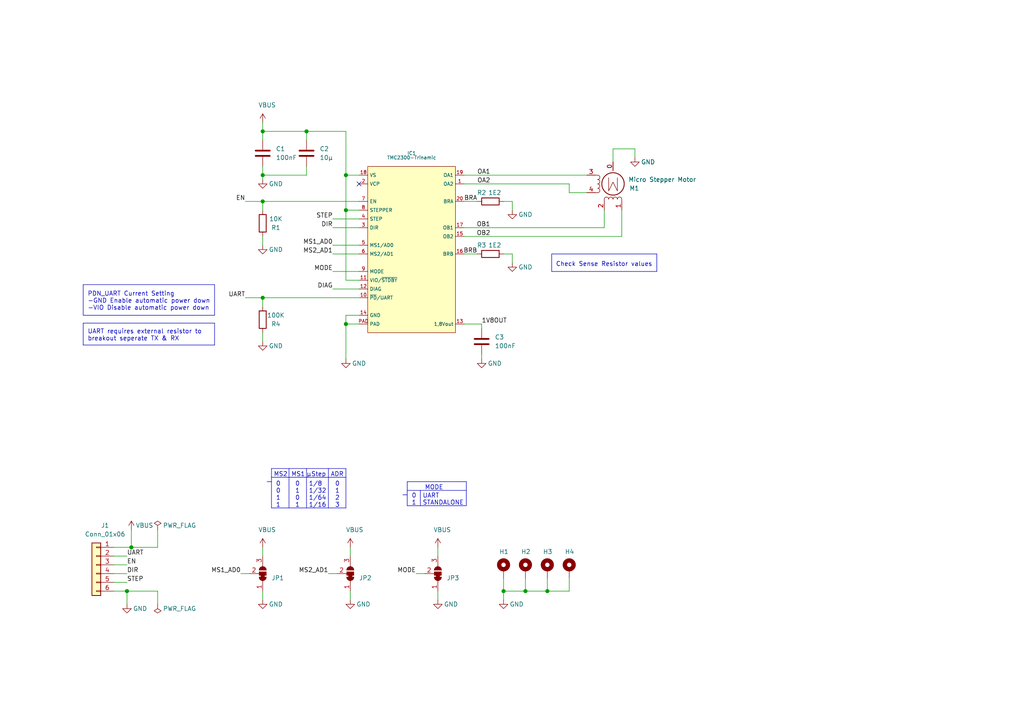
<source format=kicad_sch>
(kicad_sch (version 20210126) (generator eeschema)
  (paper "A4")
  (title_block (title "Micro Stepper Breakout"))
  (lib_symbols
    (symbol "Connector_Generic:Conn_01x06" (pin_names (offset 1.016) hide)
      (property "Reference" "J" (at 0 7.62 0))
      (property "Value" "Conn_01x06" (at 0 -10.16 0))
      (symbol "Conn_01x06_1_1"
        (rectangle (start -1.27 -4.953) (end 0 -5.207) (stroke (width 0.1524)))
        (rectangle (start -1.27 -7.493) (end 0 -7.747) (stroke (width 0.1524)))
        (rectangle (start -1.27 -2.413) (end 0 -2.667) (stroke (width 0.1524)))
        (rectangle (start -1.27 2.667) (end 0 2.413) (stroke (width 0.1524)))
        (rectangle (start -1.27 5.207) (end 0 4.953) (stroke (width 0.1524)))
        (rectangle (start -1.27 6.35) (end 1.27 -8.89) (stroke (width 0.254)) (fill (type background)))
        (rectangle (start -1.27 0.127) (end 0 -0.127) (stroke (width 0.1524)))
        (pin passive line (at -5.08 5.08 0) (length 3.81) (name "Pin_1") (number "1"))
        (pin passive line (at -5.08 2.54 0) (length 3.81) (name "Pin_2") (number "2"))
        (pin passive line (at -5.08 0 0) (length 3.81) (name "Pin_3") (number "3"))
        (pin passive line (at -5.08 -2.54 0) (length 3.81) (name "Pin_4") (number "4"))
        (pin passive line (at -5.08 -5.08 0) (length 3.81) (name "Pin_5") (number "5"))
        (pin passive line (at -5.08 -7.62 0) (length 3.81) (name "Pin_6") (number "6"))
      )
    )
    (symbol "Device:C" (pin_numbers hide) (pin_names (offset 0.254))
      (property "Reference" "C" (at 0.635 2.54 0))
      (property "Value" "C" (at 0.635 -2.54 0))
      (symbol "C_0_1"
        (polyline (pts (xy -2.032 -0.762) (xy 2.032 -0.762)) (stroke (width 0.508)))
        (polyline (pts (xy -2.032 0.762) (xy 2.032 0.762)) (stroke (width 0.508)))
      )
      (symbol "C_1_1"
        (pin passive line (at 0 3.81 270) (length 2.794) (name "~") (number "1"))
        (pin passive line (at 0 -3.81 90) (length 2.794) (name "~") (number "2"))
      )
    )
    (symbol "Device:R" (pin_numbers hide) (pin_names (offset 0))
      (property "Reference" "R" (at 2.032 0 90))
      (property "Value" "R" (at 0 0 90))
      (symbol "R_0_1"
        (rectangle (start -1.016 -2.54) (end 1.016 2.54) (stroke (width 0.254)))
      )
      (symbol "R_1_1"
        (pin passive line (at 0 3.81 270) (length 1.27) (name "~") (number "1"))
        (pin passive line (at 0 -3.81 90) (length 1.27) (name "~") (number "2"))
      )
    )
    (symbol "Jumper:SolderJumper_3_Bridged12" (pin_names (offset 0) hide)
      (property "Reference" "JP" (at -2.54 -2.54 0))
      (property "Value" "SolderJumper_3_Bridged12" (at 0 2.794 0))
      (symbol "SolderJumper_3_Bridged12_0_1"
        (arc (start -1.016 1.016) (end -1.016 -1.016) (radius (at -1.016 0) (length 1.016) (angles 90.1 -90.1)))
        (arc (start -1.016 1.016) (end -1.016 -1.016) (radius (at -1.016 0) (length 1.016) (angles 90.1 -90.1)) (fill (type outline)))
        (arc (start 1.016 -1.016) (end 1.016 1.016) (radius (at 1.016 0) (length 1.016) (angles -89.9 89.9)))
        (arc (start 1.016 -1.016) (end 1.016 1.016) (radius (at 1.016 0) (length 1.016) (angles -89.9 89.9)) (fill (type outline)))
        (rectangle (start -1.016 0.508) (end -0.508 -0.508) (fill (type outline)))
        (rectangle (start -0.508 1.016) (end 0.508 -1.016) (fill (type outline)))
        (polyline (pts (xy -2.54 0) (xy -2.032 0)))
        (polyline (pts (xy -1.016 1.016) (xy -1.016 -1.016)))
        (polyline (pts (xy 0 -1.27) (xy 0 -1.016)))
        (polyline (pts (xy 1.016 1.016) (xy 1.016 -1.016)))
        (polyline (pts (xy 2.54 0) (xy 2.032 0)))
      )
      (symbol "SolderJumper_3_Bridged12_1_1"
        (pin passive line (at -5.08 0 0) (length 2.54) (name "A") (number "1"))
        (pin input line (at 0 -3.81 90) (length 2.54) (name "C") (number "2"))
        (pin passive line (at 5.08 0 180) (length 2.54) (name "B") (number "3"))
      )
    )
    (symbol "Mechanical:MountingHole_Pad" (pin_numbers hide) (pin_names (offset 1.016) hide)
      (property "Reference" "H" (at 0 6.35 0))
      (property "Value" "MountingHole_Pad" (at 0 4.445 0))
      (symbol "MountingHole_Pad_0_1"
        (circle (center 0 1.27) (radius 1.27) (stroke (width 1.27)))
      )
      (symbol "MountingHole_Pad_1_1"
        (pin input line (at 0 -2.54 90) (length 2.54) (name "1") (number "1"))
      )
    )
    (symbol "Mechanical:MountingHole_Pad_1" (pin_numbers hide) (pin_names (offset 1.016) hide)
      (property "Reference" "H" (at 0 6.35 0))
      (property "Value" "MountingHole_Pad" (at 0 4.445 0))
      (symbol "MountingHole_Pad_1_0_1"
        (circle (center 0 1.27) (radius 1.27) (stroke (width 1.27)))
      )
      (symbol "MountingHole_Pad_1_1_1"
        (pin input line (at 0 -2.54 90) (length 2.54) (name "1") (number "1"))
      )
    )
    (symbol "Mechanical:MountingHole_Pad_2" (pin_numbers hide) (pin_names (offset 1.016) hide)
      (property "Reference" "H" (at 0 6.35 0))
      (property "Value" "MountingHole_Pad" (at 0 4.445 0))
      (symbol "MountingHole_Pad_2_0_1"
        (circle (center 0 1.27) (radius 1.27) (stroke (width 1.27)))
      )
      (symbol "MountingHole_Pad_2_1_1"
        (pin input line (at 0 -2.54 90) (length 2.54) (name "1") (number "1"))
      )
    )
    (symbol "Mechanical:MountingHole_Pad_3" (pin_numbers hide) (pin_names (offset 1.016) hide)
      (property "Reference" "H" (at 0 6.35 0))
      (property "Value" "MountingHole_Pad" (at 0 4.445 0))
      (symbol "MountingHole_Pad_3_0_1"
        (circle (center 0 1.27) (radius 1.27) (stroke (width 1.27)))
      )
      (symbol "MountingHole_Pad_3_1_1"
        (pin input line (at 0 -2.54 90) (length 2.54) (name "1") (number "1"))
      )
    )
    (symbol "micro_breakout:Stepper_Motor_bipolar" (pin_names (offset 0) hide)
      (property "Reference" "M" (at 3.81 2.54 0))
      (property "Value" "Stepper_Motor_bipolar" (at 3.81 1.27 0))
      (symbol "Stepper_Motor_bipolar_0_0"
        (polyline (pts (xy -1.27 -1.778) (xy -1.27 2.032) (xy 0 -0.508) (xy 1.27 2.032) (xy 1.27 -1.778)))
      )
      (symbol "Stepper_Motor_bipolar_0_1"
        (arc (start -4.445 -2.54) (end -4.445 -1.27) (radius (at -4.445 -1.905) (length 0.635) (angles -89.9 89.9)))
        (arc (start -4.445 -1.27) (end -4.445 0) (radius (at -4.445 -0.635) (length 0.635) (angles -89.9 89.9)))
        (arc (start -4.445 0) (end -4.445 1.27) (radius (at -4.445 0.635) (length 0.635) (angles -89.9 89.9)))
        (arc (start -4.445 1.27) (end -4.445 2.54) (radius (at -4.445 1.905) (length 0.635) (angles -89.9 89.9)))
        (arc (start -2.54 4.445) (end -1.27 4.445) (radius (at -1.905 4.445) (length 0.635) (angles -179.9 -0.1)))
        (arc (start -1.27 4.445) (end 0 4.445) (radius (at -0.635 4.445) (length 0.635) (angles -179.9 -0.1)))
        (arc (start 0 4.445) (end 1.27 4.445) (radius (at 0.635 4.445) (length 0.635) (angles -179.9 -0.1)))
        (arc (start 1.27 4.445) (end 2.54 4.445) (radius (at 1.905 4.445) (length 0.635) (angles -179.9 -0.1)))
        (circle (center 0 0) (radius 3.2512) (stroke (width 0.254)))
        (polyline (pts (xy -5.08 -2.54) (xy -4.445 -2.54)))
        (polyline (pts (xy -5.08 2.54) (xy -4.445 2.54)))
        (polyline (pts (xy -2.54 5.08) (xy -2.54 4.445)))
        (polyline (pts (xy 2.54 5.08) (xy 2.54 4.445)))
      )
      (symbol "Stepper_Motor_bipolar_1_1"
        (pin passive line (at 2.54 7.62 270) (length 2.54) (name "~") (number "1"))
        (pin passive line (at -2.54 7.62 270) (length 2.54) (name "-") (number "2"))
        (pin passive line (at -7.62 -2.54 0) (length 2.54) (name "~") (number "3"))
        (pin passive line (at -7.62 2.54 0) (length 2.54) (name "~") (number "4"))
        (pin passive line (at 0 -6.35 90) (length 2.54) (name "Sheild") (number "0"))
      )
    )
    (symbol "micro_breakout:TMC2300-Trinamic"
      (property "Reference" "IC" (at 0 1.27 0))
      (property "Value" "TMC2300-Trinamic" (at 0 -1.27 0))
      (symbol "TMC2300-Trinamic_0_0"
        (pin passive line (at 15.24 20.32 180) (length 2.54) (name "OA2") (number "1"))
        (pin bidirectional line (at -15.24 -12.7 0) (length 2.54) (name "~PD~/UART") (number "10"))
        (pin power_in line (at -15.24 -7.62 0) (length 2.54) (name "VIO/~STDBY") (number "11"))
        (pin output line (at -15.24 -10.16 0) (length 2.54) (name "DIAG") (number "12"))
        (pin passive line (at 15.24 -20.32 180) (length 2.54) (name "1,8Vout") (number "13"))
        (pin power_in line (at -15.24 -17.78 0) (length 2.54) (name "GND") (number "14"))
        (pin passive line (at 15.24 5.08 180) (length 2.54) (name "OB2") (number "15"))
        (pin passive line (at 15.24 0 180) (length 2.54) (name "BRB") (number "16"))
        (pin passive line (at 15.24 7.62 180) (length 2.54) (name "OB1") (number "17"))
        (pin power_in line (at -15.24 22.86 0) (length 2.54) (name "VS") (number "18"))
        (pin passive line (at 15.24 22.86 180) (length 2.54) (name "OA1") (number "19"))
        (pin power_in line (at -15.24 20.32 0) (length 2.54) (name "VCP") (number "2"))
        (pin passive line (at 15.24 15.24 180) (length 2.54) (name "BRA") (number "20"))
        (pin input line (at -15.24 7.62 0) (length 2.54) (name "DIR") (number "3"))
        (pin input line (at -15.24 10.16 0) (length 2.54) (name "STEP") (number "4"))
        (pin input line (at -15.24 2.54 0) (length 2.54) (name "MS1/AD0") (number "5"))
        (pin input line (at -15.24 0 0) (length 2.54) (name "MS2/AD1") (number "6"))
        (pin input line (at -15.24 15.24 0) (length 2.54) (name "EN") (number "7"))
        (pin input line (at -15.24 12.7 0) (length 2.54) (name "STEPPER") (number "8"))
        (pin input line (at -15.24 -5.08 0) (length 2.54) (name "MODE") (number "9"))
        (pin power_in line (at -15.24 -20.32 0) (length 2.54) (name "PAD") (number "PAD"))
      )
      (symbol "TMC2300-Trinamic_0_1"
        (rectangle (start -12.7 25.4) (end 12.7 -22.86) (fill (type background)))
      )
    )
    (symbol "power:GND" (power) (pin_names (offset 0))
      (property "Value" "GND" (at 0 -3.81 0))
      (symbol "GND_0_1"
        (polyline (pts (xy 0 0) (xy 0 -1.27) (xy 1.27 -1.27) (xy 0 -2.54) (xy -1.27 -1.27) (xy 0 -1.27)))
      )
      (symbol "GND_1_1"
        (pin power_in line (at 0 0 270) (length 0) hide (name "GND") (number "1"))
      )
    )
    (symbol "power:PWR_FLAG" (power) (pin_numbers hide) (pin_names (offset 0) hide)
      (property "Value" "PWR_FLAG" (at 0 3.81 0))
      (symbol "PWR_FLAG_0_0"
        (pin power_out line (at 0 0 90) (length 0) (name "pwr") (number "1"))
      )
      (symbol "PWR_FLAG_0_1"
        (polyline (pts (xy 0 0) (xy 0 1.27) (xy -1.016 1.905) (xy 0 2.54) (xy 1.016 1.905) (xy 0 1.27)))
      )
    )
    (symbol "power:VBUS" (power) (pin_names (offset 0))
      (property "Value" "VBUS" (at 0 3.81 0))
      (symbol "VBUS_0_1"
        (polyline (pts (xy -0.762 1.27) (xy 0 2.54)))
        (polyline (pts (xy 0 0) (xy 0 2.54)))
        (polyline (pts (xy 0 2.54) (xy 0.762 1.27)))
      )
      (symbol "VBUS_1_1"
        (pin power_in line (at 0 0 90) (length 0) hide (name "VBUS") (number "1"))
      )
    )
  )
  (junction (at 36.83 171.45) (diameter 1.016))
  (junction (at 38.1 158.75) (diameter 1.016))
  (junction (at 76.2 38.1) (diameter 1.016))
  (junction (at 76.2 50.8) (diameter 1.016))
  (junction (at 76.2 58.42) (diameter 1.016))
  (junction (at 76.2 86.36) (diameter 1.016))
  (junction (at 88.9 38.1) (diameter 1.016))
  (junction (at 100.33 50.8) (diameter 1.016))
  (junction (at 100.33 60.96) (diameter 1.016))
  (junction (at 100.33 93.98) (diameter 1.016))
  (junction (at 146.05 171.45) (diameter 1.016))
  (junction (at 152.4 171.45) (diameter 1.016))
  (junction (at 158.75 171.45) (diameter 1.016))
  (no_connect (at 104.14 53.34))
  (wire (pts (xy 33.02 158.75) (xy 38.1 158.75)))
  (wire (pts (xy 33.02 161.29) (xy 36.83 161.29)))
  (wire (pts (xy 33.02 163.83) (xy 36.83 163.83)))
  (wire (pts (xy 33.02 166.37) (xy 36.83 166.37)))
  (wire (pts (xy 33.02 168.91) (xy 36.83 168.91)))
  (wire (pts (xy 33.02 171.45) (xy 36.83 171.45)))
  (wire (pts (xy 36.83 171.45) (xy 36.83 175.26)))
  (wire (pts (xy 36.83 171.45) (xy 45.72 171.45)))
  (wire (pts (xy 38.1 158.75) (xy 38.1 153.67)))
  (wire (pts (xy 38.1 158.75) (xy 45.72 158.75)))
  (wire (pts (xy 45.72 158.75) (xy 45.72 153.67)))
  (wire (pts (xy 45.72 171.45) (xy 45.72 175.26)))
  (wire (pts (xy 69.85 166.37) (xy 72.39 166.37)))
  (wire (pts (xy 71.12 58.42) (xy 76.2 58.42)))
  (wire (pts (xy 71.12 86.36) (xy 76.2 86.36)))
  (wire (pts (xy 76.2 35.56) (xy 76.2 38.1)))
  (wire (pts (xy 76.2 38.1) (xy 76.2 40.64)))
  (wire (pts (xy 76.2 38.1) (xy 88.9 38.1)))
  (wire (pts (xy 76.2 48.26) (xy 76.2 50.8)))
  (wire (pts (xy 76.2 50.8) (xy 76.2 52.07)))
  (wire (pts (xy 76.2 58.42) (xy 104.14 58.42)))
  (wire (pts (xy 76.2 60.96) (xy 76.2 58.42)))
  (wire (pts (xy 76.2 68.58) (xy 76.2 71.12)))
  (wire (pts (xy 76.2 86.36) (xy 104.14 86.36)))
  (wire (pts (xy 76.2 88.9) (xy 76.2 86.36)))
  (wire (pts (xy 76.2 96.52) (xy 76.2 99.06)))
  (wire (pts (xy 76.2 158.75) (xy 76.2 161.29)))
  (wire (pts (xy 76.2 171.45) (xy 76.2 173.99)))
  (wire (pts (xy 88.9 38.1) (xy 88.9 40.64)))
  (wire (pts (xy 88.9 38.1) (xy 100.33 38.1)))
  (wire (pts (xy 88.9 48.26) (xy 88.9 50.8)))
  (wire (pts (xy 88.9 50.8) (xy 76.2 50.8)))
  (wire (pts (xy 95.25 166.37) (xy 97.79 166.37)))
  (wire (pts (xy 96.52 66.04) (xy 104.14 66.04)))
  (wire (pts (xy 96.52 71.12) (xy 104.14 71.12)))
  (wire (pts (xy 96.52 73.66) (xy 104.14 73.66)))
  (wire (pts (xy 96.52 78.74) (xy 104.14 78.74)))
  (wire (pts (xy 96.52 83.82) (xy 104.14 83.82)))
  (wire (pts (xy 100.33 38.1) (xy 100.33 50.8)))
  (wire (pts (xy 100.33 50.8) (xy 100.33 60.96)))
  (wire (pts (xy 100.33 50.8) (xy 104.14 50.8)))
  (wire (pts (xy 100.33 60.96) (xy 100.33 81.28)))
  (wire (pts (xy 100.33 81.28) (xy 104.14 81.28)))
  (wire (pts (xy 100.33 91.44) (xy 104.14 91.44)))
  (wire (pts (xy 100.33 93.98) (xy 100.33 91.44)))
  (wire (pts (xy 100.33 93.98) (xy 104.14 93.98)))
  (wire (pts (xy 100.33 104.14) (xy 100.33 93.98)))
  (wire (pts (xy 101.6 158.75) (xy 101.6 161.29)))
  (wire (pts (xy 101.6 171.45) (xy 101.6 173.99)))
  (wire (pts (xy 104.14 60.96) (xy 100.33 60.96)))
  (wire (pts (xy 104.14 63.5) (xy 96.52 63.5)))
  (wire (pts (xy 120.65 166.37) (xy 123.19 166.37)))
  (wire (pts (xy 127 158.75) (xy 127 161.29)))
  (wire (pts (xy 127 171.45) (xy 127 173.99)))
  (wire (pts (xy 134.62 50.8) (xy 170.18 50.8)))
  (wire (pts (xy 134.62 53.34) (xy 165.1 53.34)))
  (wire (pts (xy 134.62 58.42) (xy 138.43 58.42)))
  (wire (pts (xy 134.62 66.04) (xy 175.26 66.04)))
  (wire (pts (xy 134.62 68.58) (xy 180.34 68.58)))
  (wire (pts (xy 134.62 73.66) (xy 138.43 73.66)))
  (wire (pts (xy 134.62 93.98) (xy 139.7 93.98)))
  (wire (pts (xy 139.7 93.98) (xy 139.7 95.25)))
  (wire (pts (xy 139.7 102.87) (xy 139.7 104.14)))
  (wire (pts (xy 146.05 58.42) (xy 148.59 58.42)))
  (wire (pts (xy 146.05 73.66) (xy 148.59 73.66)))
  (wire (pts (xy 146.05 167.64) (xy 146.05 171.45)))
  (wire (pts (xy 146.05 171.45) (xy 146.05 173.99)))
  (wire (pts (xy 146.05 171.45) (xy 152.4 171.45)))
  (wire (pts (xy 148.59 58.42) (xy 148.59 60.96)))
  (wire (pts (xy 148.59 73.66) (xy 148.59 76.2)))
  (wire (pts (xy 152.4 167.64) (xy 152.4 171.45)))
  (wire (pts (xy 152.4 171.45) (xy 158.75 171.45)))
  (wire (pts (xy 158.75 167.64) (xy 158.75 171.45)))
  (wire (pts (xy 158.75 171.45) (xy 165.1 171.45)))
  (wire (pts (xy 165.1 53.34) (xy 165.1 55.88)))
  (wire (pts (xy 165.1 171.45) (xy 165.1 167.64)))
  (wire (pts (xy 170.18 55.88) (xy 165.1 55.88)))
  (wire (pts (xy 175.26 60.96) (xy 175.26 66.04)))
  (wire (pts (xy 177.8 43.18) (xy 177.8 46.99)))
  (wire (pts (xy 180.34 60.96) (xy 180.34 68.58)))
  (wire (pts (xy 184.15 43.18) (xy 177.8 43.18)))
  (wire (pts (xy 184.15 45.72) (xy 184.15 43.18)))
  (polyline (pts (xy 24.13 82.55) (xy 24.13 91.44)) (stroke (width 0) (type solid)))
  (polyline (pts (xy 24.13 82.55) (xy 62.23 82.55)) (stroke (width 0) (type solid)))
  (polyline (pts (xy 24.13 91.44) (xy 62.23 91.44)) (stroke (width 0) (type solid)))
  (polyline (pts (xy 24.13 93.726) (xy 24.13 100.076)) (stroke (width 0) (type solid)))
  (polyline (pts (xy 24.13 93.726) (xy 62.23 93.726)) (stroke (width 0) (type solid)))
  (polyline (pts (xy 24.13 100.076) (xy 62.23 100.076)) (stroke (width 0) (type solid)))
  (polyline (pts (xy 62.23 91.44) (xy 62.23 82.55)) (stroke (width 0) (type solid)))
  (polyline (pts (xy 62.23 100.076) (xy 62.23 93.726)) (stroke (width 0) (type solid)))
  (polyline (pts (xy 78.74 135.89) (xy 78.74 147.32)) (stroke (width 0) (type solid)))
  (polyline (pts (xy 78.74 135.89) (xy 100.33 135.89)) (stroke (width 0) (type solid)))
  (polyline (pts (xy 78.74 138.43) (xy 100.33 138.43)) (stroke (width 0.152) (type solid)))
  (polyline (pts (xy 78.74 139.7) (xy 77.47 139.7)) (stroke (width 0.152) (type solid)))
  (polyline (pts (xy 78.74 147.32) (xy 100.33 147.32)) (stroke (width 0.152) (type solid)))
  (polyline (pts (xy 83.82 135.89) (xy 83.82 147.32)) (stroke (width 0) (type solid)))
  (polyline (pts (xy 88.9 135.89) (xy 88.9 147.32)) (stroke (width 0) (type solid)))
  (polyline (pts (xy 95.25 135.89) (xy 95.25 147.32)) (stroke (width 0.152) (type solid)))
  (polyline (pts (xy 100.33 135.89) (xy 100.33 147.32)) (stroke (width 0.152) (type solid)))
  (polyline (pts (xy 118.11 139.7) (xy 118.11 146.685)) (stroke (width 0) (type solid)))
  (polyline (pts (xy 118.11 139.7) (xy 135.255 139.7)) (stroke (width 0) (type solid)))
  (polyline (pts (xy 118.11 142.24) (xy 135.255 142.24)) (stroke (width 0.152) (type solid)))
  (polyline (pts (xy 118.11 143.51) (xy 116.84 143.51)) (stroke (width 0.152) (type solid)))
  (polyline (pts (xy 118.11 146.685) (xy 135.255 146.685)) (stroke (width 0) (type solid)))
  (polyline (pts (xy 121.92 142.24) (xy 121.92 146.685)) (stroke (width 0) (type solid)))
  (polyline (pts (xy 135.255 139.7) (xy 135.255 146.685)) (stroke (width 0) (type solid)))
  (polyline (pts (xy 160.02 73.66) (xy 160.02 78.74)) (stroke (width 0) (type solid)))
  (polyline (pts (xy 160.02 73.66) (xy 190.5 73.66)) (stroke (width 0) (type solid)))
  (polyline (pts (xy 190.5 73.66) (xy 190.5 78.74)) (stroke (width 0) (type solid)))
  (polyline (pts (xy 190.5 78.74) (xy 160.02 78.74)) (stroke (width 0) (type solid)))
  (text "PDN_UART Current Setting\n-GND Enable automatic power down\n-VIO Disable automatic power down" (at 25.4 90.17 0) (effects (font (size 1.27 1.27)) (justify left bottom)))
  (text "UART requires external resistor to\nbreakout seperate TX & RX" (at 25.4 99.06 0) (effects (font (size 1.27 1.27)) (justify left bottom)))
  (text "MS2" (at 79.375 138.43 0) (effects (font (size 1.27 1.27)) (justify left bottom)))
  (text "0\n0\n1\n1" (at 80.01 147.32 0) (effects (font (size 1.27 1.27)) (justify left bottom)))
  (text "MS1" (at 84.455 138.43 0) (effects (font (size 1.27 1.27)) (justify left bottom)))
  (text "0\n1\n0\n1" (at 86.995 147.32 180) (effects (font (size 1.27 1.27)) (justify right bottom)))
  (text "µStep" (at 88.9 138.43 0) (effects (font (size 1.27 1.27)) (justify left bottom)))
  (text "1/8\n1/32\n1/64\n1/16" (at 89.535 147.32 0) (effects (font (size 1.27 1.27)) (justify left bottom)))
  (text "" (at 91.44 134.62 0) (effects (font (size 1.27 1.27)) (justify left bottom)))
  (text "" (at 91.44 140.97 0) (effects (font (size 1.27 1.27)) (justify left bottom)))
  (text "ADR" (at 95.885 138.43 0) (effects (font (size 1.27 1.27)) (justify left bottom)))
  (text "0\n1\n2\n3" (at 97.155 147.32 0) (effects (font (size 1.27 1.27)) (justify left bottom)))
  (text "0\n1" (at 119.38 146.685 0) (effects (font (size 1.27 1.27)) (justify left bottom)))
  (text "UART\nSTANDALONE" (at 122.555 146.685 0) (effects (font (size 1.27 1.27)) (justify left bottom)))
  (text "MODE" (at 123.19 142.24 0) (effects (font (size 1.27 1.27)) (justify left bottom)))
  (text "" (at 127 142.24 0) (effects (font (size 1.27 1.27)) (justify left bottom)))
  (text "" (at 129.54 144.78 0) (effects (font (size 1.27 1.27)) (justify left bottom)))
  (text "" (at 130.81 130.81 0) (effects (font (size 1.27 1.27)) (justify left bottom)))
  (text "" (at 140.97 132.08 0) (effects (font (size 1.27 1.27)) (justify left bottom)))
  (text "" (at 142.24 133.35 0) (effects (font (size 1.27 1.27)) (justify left bottom)))
  (text "" (at 144.145 164.465 0) (effects (font (size 1.27 1.27)) (justify left bottom)))
  (text "Check Sense Resistor values" (at 189.23 77.47 180) (effects (font (size 1.27 1.27)) (justify right bottom)))
  (label "UART" (at 36.83 161.29 0))
  (label "EN" (at 36.83 163.83 0))
  (label "DIR" (at 36.83 166.37 0))
  (label "STEP" (at 36.83 168.91 0))
  (label "MS1_AD0" (at 69.85 166.37 180))
  (label "EN" (at 71.12 58.42 180))
  (label "UART" (at 71.12 86.36 180))
  (label "MS2_AD1" (at 95.25 166.37 180))
  (label "STEP" (at 96.52 63.5 180))
  (label "DIR" (at 96.52 66.04 180))
  (label "MS1_AD0" (at 96.52 71.12 180))
  (label "MS2_AD1" (at 96.52 73.66 180))
  (label "MODE" (at 96.52 78.74 180))
  (label "DIAG" (at 96.52 83.82 180))
  (label "MODE" (at 120.65 166.37 180))
  (label "BRA" (at 138.43 58.42 180))
  (label "BRB" (at 138.43 73.66 180))
  (label "1V8OUT" (at 139.7 93.98 0))
  (label "OA1" (at 142.24 50.8 180))
  (label "OA2" (at 142.24 53.34 180))
  (label "OB1" (at 142.24 66.04 180))
  (label "OB2" (at 142.24 68.58 180))
  (symbol (lib_id "power:PWR_FLAG") (at 45.72 153.67 0) (unit 1)
    (property "Reference" "#FLG0101" (effects hide))
    (property "Value" "PWR_FLAG" (at 52.07 152.4 0))
  )
  (symbol (lib_id "power:PWR_FLAG") (at 45.72 175.26 180) (unit 1)
    (property "Reference" "#FLG0102" (effects hide))
    (property "Value" "PWR_FLAG" (at 52.07 176.53 0))
  )
  (symbol (lib_id "power:VBUS") (at 38.1 153.67 0) (unit 1)
    (property "Reference" "#PWR0101" (effects hide))
    (property "Value" "VBUS" (at 41.91 152.4 0))
  )
  (symbol (lib_id "power:VBUS") (at 76.2 35.56 0) (unit 1)
    (property "Reference" "#PWR05" (effects hide))
    (property "Value" "VBUS" (at 77.47 30.48 0))
  )
  (symbol (lib_id "power:VBUS") (at 76.2 158.75 0) (unit 1)
    (property "Reference" "#PWR01" (effects hide))
    (property "Value" "VBUS" (at 77.47 153.67 0))
  )
  (symbol (lib_id "power:VBUS") (at 101.6 158.75 0) (unit 1)
    (property "Reference" "#PWR03" (effects hide))
    (property "Value" "VBUS" (at 102.87 153.67 0))
  )
  (symbol (lib_id "power:VBUS") (at 127 158.75 0) (unit 1)
    (property "Reference" "#PWR08" (effects hide))
    (property "Value" "VBUS" (at 128.27 153.67 0))
  )
  (symbol (lib_id "power:GND") (at 36.83 175.26 0) (unit 1)
    (property "Reference" "#PWR0102" (effects hide))
    (property "Value" "GND" (at 40.64 176.53 0))
  )
  (symbol (lib_id "power:GND") (at 76.2 52.07 0) (unit 1)
    (property "Reference" "#PWR06" (effects hide))
    (property "Value" "GND" (at 80.01 53.34 0))
  )
  (symbol (lib_id "power:GND") (at 76.2 71.12 0) (unit 1)
    (property "Reference" "#PWR07" (effects hide))
    (property "Value" "GND" (at 80.01 72.39 0))
  )
  (symbol (lib_id "power:GND") (at 76.2 99.06 0) (unit 1)
    (property "Reference" "#PWR014" (effects hide))
    (property "Value" "GND" (at 80.01 100.33 0))
  )
  (symbol (lib_id "power:GND") (at 76.2 173.99 0) (unit 1)
    (property "Reference" "#PWR02" (effects hide))
    (property "Value" "GND" (at 80.01 175.26 0))
  )
  (symbol (lib_id "power:GND") (at 100.33 104.14 0) (unit 1)
    (property "Reference" "#PWR010" (effects hide))
    (property "Value" "GND" (at 104.14 105.41 0))
  )
  (symbol (lib_id "power:GND") (at 101.6 173.99 0) (unit 1)
    (property "Reference" "#PWR04" (effects hide))
    (property "Value" "GND" (at 105.41 175.26 0))
  )
  (symbol (lib_id "power:GND") (at 127 173.99 0) (unit 1)
    (property "Reference" "#PWR09" (effects hide))
    (property "Value" "GND" (at 130.81 175.26 0))
  )
  (symbol (lib_id "power:GND") (at 139.7 104.14 0) (unit 1)
    (property "Reference" "#PWR011" (effects hide))
    (property "Value" "GND" (at 143.51 105.41 0))
  )
  (symbol (lib_id "power:GND") (at 146.05 173.99 0) (unit 1)
    (property "Reference" "#PWR0103" (effects hide))
    (property "Value" "GND" (at 149.86 175.26 0))
  )
  (symbol (lib_id "power:GND") (at 148.59 60.96 0) (unit 1)
    (property "Reference" "#PWR012" (effects hide))
    (property "Value" "GND" (at 152.4 62.23 0))
  )
  (symbol (lib_id "power:GND") (at 148.59 76.2 0) (unit 1)
    (property "Reference" "#PWR013" (effects hide))
    (property "Value" "GND" (at 152.4 77.47 0))
  )
  (symbol (lib_id "power:GND") (at 184.15 45.72 0) (unit 1)
    (property "Reference" "#PWR0104" (effects hide))
    (property "Value" "GND" (at 187.96 46.99 0))
  )
  (symbol (lib_id "Device:R") (at 76.2 64.77 180) (unit 1)
    (property "Reference" "R1" (at 80.01 66.04 0))
    (property "Value" "10K" (at 80.01 63.5 0))
    (property "Footprint" "Resistor_SMD:R_0402_1005Metric" (effects hide))
  )
  (symbol (lib_id "Device:R") (at 76.2 92.71 180) (unit 1)
    (property "Reference" "R4" (at 80.01 93.98 0))
    (property "Value" "100K" (at 80.01 91.44 0))
    (property "Footprint" "Resistor_SMD:R_0402_1005Metric" (effects hide))
  )
  (symbol (lib_id "Device:R") (at 142.24 58.42 90) (unit 1)
    (property "Reference" "R2" (at 139.7 55.88 90))
    (property "Value" "1E2" (at 143.51 55.88 90))
    (property "Footprint" "Resistor_SMD:R_0402_1005Metric" (effects hide))
  )
  (symbol (lib_id "Device:R") (at 142.24 73.66 90) (unit 1)
    (property "Reference" "R3" (at 139.7 71.12 90))
    (property "Value" "1E2" (at 143.51 71.12 90))
    (property "Footprint" "Resistor_SMD:R_0402_1005Metric" (effects hide))
  )
  (symbol (lib_name "Mechanical:MountingHole_Pad_2") (lib_id "Mechanical:MountingHole_Pad") (at 146.05 165.1 0) (unit 1)
    (property "Reference" "H1" (at 144.78 160.02 0) (effects (justify left)))
    (property "Value" "MountingHole" (effects hide))
    (property "Footprint" "micro_breakout:Mounting_Wuerth_WA-SMSI-M1.6_H1mm_9774010633" (effects hide))
  )
  (symbol (lib_name "Mechanical:MountingHole_Pad_1") (lib_id "Mechanical:MountingHole_Pad") (at 152.4 165.1 0) (unit 1)
    (property "Reference" "H2" (at 151.13 160.02 0) (effects (justify left)))
    (property "Value" "MountingHole" (effects hide))
    (property "Footprint" "micro_breakout:Mounting_Wuerth_WA-SMSI-M1.6_H1mm_9774010633" (effects hide))
  )
  (symbol (lib_name "Mechanical:MountingHole_Pad_3") (lib_id "Mechanical:MountingHole_Pad") (at 158.75 165.1 0) (unit 1)
    (property "Reference" "H3" (at 157.48 160.02 0) (effects (justify left)))
    (property "Value" "MountingHole" (effects hide))
    (property "Footprint" "micro_breakout:Mounting_Wuerth_WA-SMSI-M1.6_H1mm_9774010633" (effects hide))
  )
  (symbol (lib_id "Mechanical:MountingHole_Pad") (at 165.1 165.1 0) (unit 1)
    (property "Reference" "H4" (at 163.83 160.02 0) (effects (justify left)))
    (property "Value" "MountingHole" (effects hide))
    (property "Footprint" "micro_breakout:Mounting_Wuerth_WA-SMSI-M1.6_H1mm_9774010633" (effects hide))
  )
  (symbol (lib_id "Device:C") (at 76.2 44.45 0) (unit 1)
    (property "Reference" "C1" (at 80.01 43.18 0) (effects (justify left)))
    (property "Value" "100nF" (at 80.01 45.72 0) (effects (justify left)))
    (property "Footprint" "Capacitor_SMD:C_0402_1005Metric" (effects hide))
  )
  (symbol (lib_id "Device:C") (at 88.9 44.45 0) (unit 1)
    (property "Reference" "C2" (at 92.71 43.18 0) (effects (justify left)))
    (property "Value" "10µ" (at 92.71 45.72 0) (effects (justify left)))
    (property "Footprint" "Capacitor_SMD:C_0603_1608Metric" (effects hide))
  )
  (symbol (lib_id "Device:C") (at 139.7 99.06 0) (unit 1)
    (property "Reference" "C3" (at 143.51 97.79 0) (effects (justify left)))
    (property "Value" "100nF" (at 143.51 100.33 0) (effects (justify left)))
    (property "Footprint" "Capacitor_SMD:C_0402_1005Metric" (effects hide))
  )
  (symbol (lib_id "Jumper:SolderJumper_3_Bridged12") (at 76.2 166.37 270) (mirror x) (unit 1)
    (property "Reference" "JP1" (at 78.74 167.64 90) (effects (justify left)))
    (property "Value" "SolderJumper_3_Bridged12" (effects hide))
    (property "Footprint" "micro_breakout:J_NCNO_0903_20" (effects hide))
  )
  (symbol (lib_id "Jumper:SolderJumper_3_Bridged12") (at 101.6 166.37 270) (mirror x) (unit 1)
    (property "Reference" "JP2" (at 104.14 167.64 90) (effects (justify left)))
    (property "Value" "SolderJumper_3_Bridged12" (effects hide))
    (property "Footprint" "micro_breakout:J_NCNO_0903_20" (effects hide))
  )
  (symbol (lib_id "Jumper:SolderJumper_3_Bridged12") (at 127 166.37 270) (mirror x) (unit 1)
    (property "Reference" "JP3" (at 129.54 167.64 90) (effects (justify left)))
    (property "Value" "SolderJumper_3_Bridged12" (effects hide))
    (property "Footprint" "micro_breakout:J_NCNO_0903_20" (effects hide))
  )
  (symbol (lib_id "Connector_Generic:Conn_01x06") (at 27.94 163.83 0) (mirror y) (unit 1)
    (property "Reference" "J1" (at 30.48 152.4 0))
    (property "Value" "Conn_01x06" (at 30.48 154.94 0))
    (property "Footprint" "micro_breakout:JST_SH_SM06B-SRSS-TB_1x06-1MP_P1.00mm_Horizontal" (effects hide))
  )
  (symbol (lib_id "micro_breakout:Stepper_Motor_bipolar") (at 177.8 53.34 0) (mirror x) (unit 1)
    (property "Reference" "M1" (at 185.42 54.61 0) (effects (justify right)))
    (property "Value" "Micro Stepper Motor" (at 201.93 52.07 0) (effects (justify right)))
    (property "Footprint" "micro_breakout:Micro_Stepper" (effects hide))
    (property "Datasheet" "http://www.infineon.com/dgdl/Application-Note-TLE8110EE_driving_UniPolarStepperMotor_V1.1.pdf?fileId=db3a30431be39b97011be5d0aa0a00b0" (effects hide))
  )
  (symbol (lib_id "micro_breakout:TMC2300-Trinamic") (at 119.38 73.66 0) (unit 1)
    (property "Reference" "IC1" (at 119.38 44.45 0) (effects (font (size 0.9906 0.9906))))
    (property "Value" "TMC2300-Trinamic" (at 119.38 45.72 0) (effects (font (size 0.9906 0.9906))))
    (property "Footprint" "micro_breakout:QFN20" (effects hide))
  )
)
</source>
